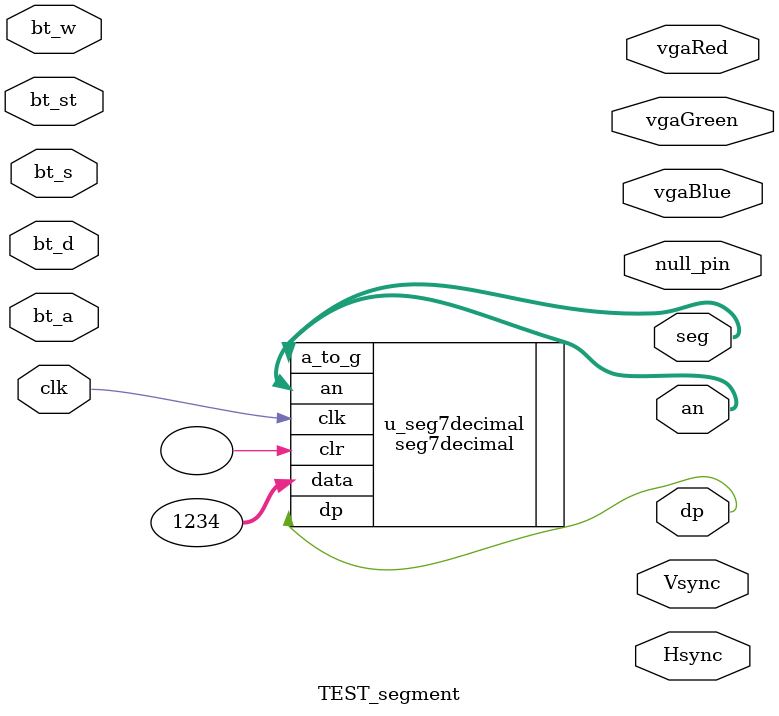
<source format=v>
/*=======================================================
Author				:				QiiNn
Email Address		:				ctlvie@gmail.com
Filename			:				TEST_segment.v
Date				:				2018-05-11
Description			:				For testing the segment display 

Modification History:
Date		By			Version		Description
----------------------------------------------------------
180510		QiiNn		1.0			Finish!
========================================================*/

module TEST_segment 
(
	input 					clk,
	
	input 					bt_w,
	input 					bt_a,
	input 					bt_s,
	input 					bt_d,
	input 					bt_st,
	
	output					Hsync,
	output					Vsync,
	output		[3:0]		vgaRed,
	output		[3:0]		vgaBlue,
	output		[3:0]		vgaGreen,
	output					null_pin,
	
	output		[3:0]		an,
	output		[6:0]		seg,
	output					dp
);

	
seg7decimal u_seg7decimal(

	.data		(1234),
	.clk	(clk),
	.clr	(),
    .a_to_g	(seg),
    .an		(an),
    .dp		(dp) 
	 );
endmodule
</source>
